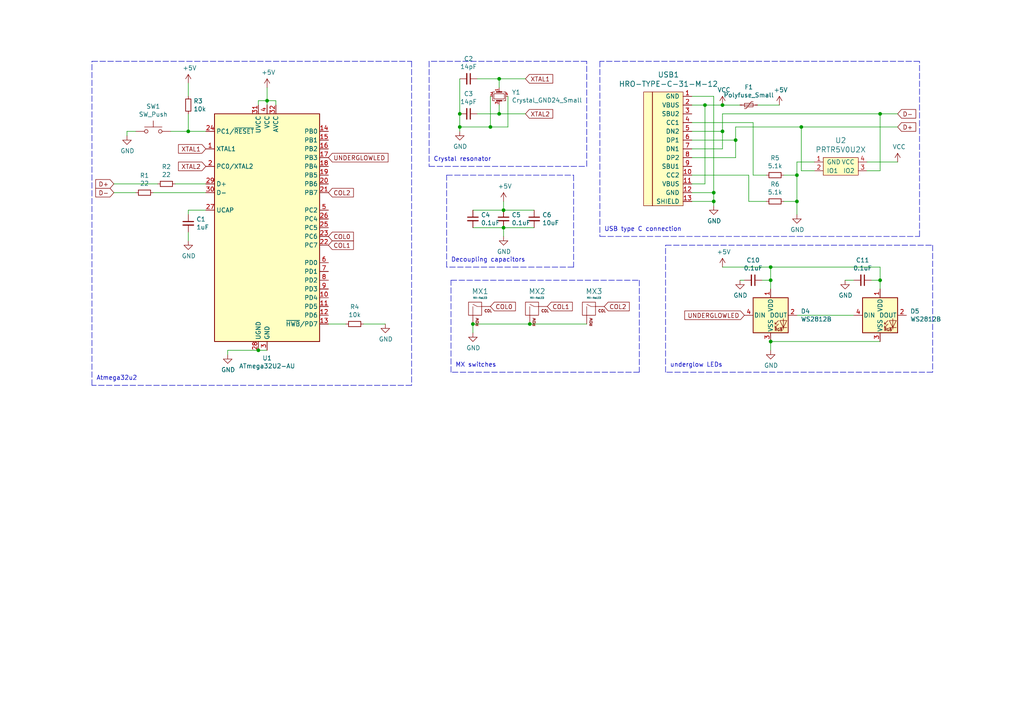
<source format=kicad_sch>
(kicad_sch (version 20211123) (generator eeschema)
  (paper "A4")
  (lib_symbols
    (symbol "Device:C_Small" (pin_numbers hide) (pin_names (offset 0.254) hide)
      (property "Reference" "C" (at 0.254 1.778 0))
      (property "Value" "C_Small" (at 0.254 -2.032 0))
      (symbol "C_Small_0_1"
        (polyline (pts (xy -1.524 -0.508) (xy 1.524 -0.508)) (stroke (width 0.3302)))
        (polyline (pts (xy -1.524 0.508) (xy 1.524 0.508)) (stroke (width 0.3048)))
      )
      (symbol "C_Small_1_1"
        (pin passive line (at 0 2.54 270) (length 2.032) (name "~") (number "1"))
        (pin passive line (at 0 -2.54 90) (length 2.032) (name "~") (number "2"))
      )
    )
    (symbol "Device:Crystal_GND24_Small" (pin_names (offset 1.016) hide)
      (property "Reference" "Y" (at 1.27 4.445 0))
      (property "Value" "Crystal_GND24_Small" (at 1.27 2.54 0))
      (symbol "Crystal_GND24_Small_0_1"
        (rectangle (start -0.762 -1.524) (end 0.762 1.524))
        (polyline (pts (xy -1.27 -0.762) (xy -1.27 0.762)) (stroke (width 0.381)))
        (polyline (pts (xy 1.27 -0.762) (xy 1.27 0.762)) (stroke (width 0.381)))
        (polyline (pts (xy -1.27 -1.27) (xy -1.27 -1.905) (xy 1.27 -1.905) (xy 1.27 -1.27)))
        (polyline (pts (xy -1.27 1.27) (xy -1.27 1.905) (xy 1.27 1.905) (xy 1.27 1.27)))
      )
      (symbol "Crystal_GND24_Small_1_1"
        (pin passive line (at -2.54 0 0) (length 1.27) (name "1") (number "1"))
        (pin passive line (at 0 -2.54 90) (length 0.635) (name "2") (number "2"))
        (pin passive line (at 2.54 0 180) (length 1.27) (name "3") (number "3"))
        (pin passive line (at 0 2.54 270) (length 0.635) (name "4") (number "4"))
      )
    )
    (symbol "Device:Polyfuse_Small" (pin_numbers hide) (pin_names (offset 0))
      (property "Reference" "F" (at -1.905 0 90))
      (property "Value" "Polyfuse_Small" (at 1.905 0 90))
      (symbol "Polyfuse_Small_0_1"
        (rectangle (start -0.508 1.27) (end 0.508 -1.27))
        (polyline (pts (xy 0 2.54) (xy 0 -2.54)))
        (polyline (pts (xy -1.016 1.27) (xy -1.016 0.762) (xy 1.016 -0.762) (xy 1.016 -1.27)))
      )
      (symbol "Polyfuse_Small_1_1"
        (pin passive line (at 0 2.54 270) (length 0.635) (name "~") (number "1"))
        (pin passive line (at 0 -2.54 90) (length 0.635) (name "~") (number "2"))
      )
    )
    (symbol "Device:R_Small" (pin_numbers hide) (pin_names (offset 0.254) hide)
      (property "Reference" "R" (at 0.762 0.508 0))
      (property "Value" "R_Small" (at 0.762 -1.016 0))
      (symbol "R_Small_0_1"
        (rectangle (start -0.762 1.778) (end 0.762 -1.778) (stroke (width 0.2032)))
      )
      (symbol "R_Small_1_1"
        (pin passive line (at 0 2.54 270) (length 0.762) (name "~") (number "1"))
        (pin passive line (at 0 -2.54 90) (length 0.762) (name "~") (number "2"))
      )
    )
    (symbol "LED:WS2812B" (pin_names (offset 0.254))
      (property "Reference" "D" (at 5.08 5.715 0))
      (property "Value" "WS2812B" (at 1.27 -5.715 0))
      (symbol "WS2812B_0_0"
        (text "RGB" (at 2.286 -4.191 0) (effects (font (size 0.762 0.762))))
      )
      (symbol "WS2812B_0_1"
        (polyline (pts (xy 1.27 -3.556) (xy 1.778 -3.556)))
        (polyline (pts (xy 1.27 -2.54) (xy 1.778 -2.54)))
        (polyline (pts (xy 4.699 -3.556) (xy 2.667 -3.556)))
        (polyline (pts (xy 2.286 -2.54) (xy 1.27 -3.556) (xy 1.27 -3.048)))
        (polyline (pts (xy 2.286 -1.524) (xy 1.27 -2.54) (xy 1.27 -2.032)))
        (polyline (pts (xy 3.683 -1.016) (xy 3.683 -3.556) (xy 3.683 -4.064)))
        (polyline (pts (xy 4.699 -1.524) (xy 2.667 -1.524) (xy 3.683 -3.556) (xy 4.699 -1.524)))
        (rectangle (start 5.08 5.08) (end -5.08 -5.08) (stroke (width 0.254)) (fill (type background)))
      )
      (symbol "WS2812B_1_1"
        (pin power_in line (at 0 7.62 270) (length 2.54) (name "VDD") (number "1"))
        (pin output line (at 7.62 0 180) (length 2.54) (name "DOUT") (number "2"))
        (pin power_in line (at 0 -7.62 90) (length 2.54) (name "VSS") (number "3"))
        (pin input line (at -7.62 0 0) (length 2.54) (name "DIN") (number "4"))
      )
    )
    (symbol "MX_Alps_Hybrid:MX-NoLED" (pin_names (offset 1.016))
      (property "Reference" "MX" (at -0.635 3.81 0))
      (property "Value" "MX-NoLED" (at -0.635 1.27 0))
      (symbol "MX-NoLED_0_0"
        (rectangle (start -2.54 2.54) (end 1.27 -1.27))
        (polyline (pts (xy -1.27 -1.27) (xy -1.27 1.27)) (stroke (width 0.127)))
        (polyline (pts (xy 1.27 1.27) (xy 0 1.27) (xy -1.27 1.905)) (stroke (width 0.127)))
        (text "COL" (at 3.175 0 0) (effects (font (size 0.762 0.762))))
        (text "ROW" (at 0 -1.905 900) (effects (font (size 0.762 0.762)) (justify right)))
      )
      (symbol "MX-NoLED_1_1"
        (pin passive line (at 3.81 1.27 180) (length 2.54) (name "COL") (number "1"))
        (pin passive line (at -1.27 -3.81 90) (length 2.54) (name "ROW") (number "2"))
      )
    )
    (symbol "Switch:SW_Push" (pin_numbers hide) (pin_names (offset 1.016) hide)
      (property "Reference" "SW" (at 1.27 2.54 0))
      (property "Value" "SW_Push" (at 0 -1.524 0))
      (symbol "SW_Push_0_1"
        (circle (center -2.032 0) (radius 0.508))
        (polyline (pts (xy 0 1.27) (xy 0 3.048)))
        (polyline (pts (xy 2.54 1.27) (xy -2.54 1.27)))
        (circle (center 2.032 0) (radius 0.508))
        (pin passive line (at -5.08 0 0) (length 2.54) (name "1") (number "1"))
        (pin passive line (at 5.08 0 180) (length 2.54) (name "2") (number "2"))
      )
    )
    (symbol "Type-C:HRO-TYPE-C-31-M-12" (pin_names (offset 1.016))
      (property "Reference" "USB" (at -5.08 16.51 0))
      (property "Value" "HRO-TYPE-C-31-M-12" (at -10.16 -1.27 90))
      (symbol "HRO-TYPE-C-31-M-12_0_1"
        (rectangle (start -11.43 15.24) (end -8.89 -17.78) (fill (type background)))
        (rectangle (start 0 -17.78) (end -8.89 15.24) (fill (type background)))
      )
      (symbol "HRO-TYPE-C-31-M-12_1_1"
        (pin input line (at 2.54 13.97 180) (length 2.54) (name "GND") (number "1"))
        (pin input line (at 2.54 -8.89 180) (length 2.54) (name "CC2") (number "10"))
        (pin input line (at 2.54 -11.43 180) (length 2.54) (name "VBUS") (number "11"))
        (pin input line (at 2.54 -13.97 180) (length 2.54) (name "GND") (number "12"))
        (pin input line (at 2.54 -16.51 180) (length 2.54) (name "SHIELD") (number "13"))
        (pin input line (at 2.54 11.43 180) (length 2.54) (name "VBUS") (number "2"))
        (pin input line (at 2.54 8.89 180) (length 2.54) (name "SBU2") (number "3"))
        (pin input line (at 2.54 6.35 180) (length 2.54) (name "CC1") (number "4"))
        (pin input line (at 2.54 3.81 180) (length 2.54) (name "DN2") (number "5"))
        (pin input line (at 2.54 1.27 180) (length 2.54) (name "DP1") (number "6"))
        (pin input line (at 2.54 -1.27 180) (length 2.54) (name "DN1") (number "7"))
        (pin input line (at 2.54 -3.81 180) (length 2.54) (name "DP2") (number "8"))
        (pin input line (at 2.54 -6.35 180) (length 2.54) (name "SBU1") (number "9"))
      )
    )
    (symbol "power:+5V" (power) (pin_names (offset 0))
      (property "Value" "+5V" (at 0 3.556 0))
      (symbol "+5V_0_1"
        (polyline (pts (xy -0.762 1.27) (xy 0 2.54)))
        (polyline (pts (xy 0 0) (xy 0 2.54)))
        (polyline (pts (xy 0 2.54) (xy 0.762 1.27)))
      )
      (symbol "+5V_1_1"
        (pin power_in line (at 0 0 90) (length 0) hide (name "+5V") (number "1"))
      )
    )
    (symbol "power:GND" (power) (pin_names (offset 0))
      (property "Value" "GND" (at 0 -3.81 0))
      (symbol "GND_0_1"
        (polyline (pts (xy 0 0) (xy 0 -1.27) (xy 1.27 -1.27) (xy 0 -2.54) (xy -1.27 -1.27) (xy 0 -1.27)))
      )
      (symbol "GND_1_1"
        (pin power_in line (at 0 0 270) (length 0) hide (name "GND") (number "1"))
      )
    )
    (symbol "power:VCC" (power) (pin_names (offset 0))
      (property "Value" "VCC" (at 0 3.81 0))
      (symbol "VCC_0_1"
        (polyline (pts (xy -0.762 1.27) (xy 0 2.54)))
        (polyline (pts (xy 0 0) (xy 0 2.54)))
        (polyline (pts (xy 0 2.54) (xy 0.762 1.27)))
      )
      (symbol "VCC_1_1"
        (pin power_in line (at 0 0 90) (length 0) hide (name "VCC") (number "1"))
      )
    )
    (symbol "random-keyboard-parts:PRTR5V0U2X" (pin_names (offset 1.016))
      (property "Reference" "U" (at 0 3.81 0))
      (property "Value" "PRTR5V0U2X" (at 0 -3.81 0))
      (symbol "PRTR5V0U2X_0_1"
        (rectangle (start -5.08 2.54) (end 5.08 -2.54) (fill (type background)))
      )
      (symbol "PRTR5V0U2X_1_1"
        (pin input line (at -7.62 1.27 0) (length 2.54) (name "GND") (number "1"))
        (pin input line (at -7.62 -1.27 0) (length 2.54) (name "IO1") (number "2"))
        (pin input line (at 7.62 -1.27 180) (length 2.54) (name "IO2") (number "3"))
        (pin input line (at 7.62 1.27 180) (length 2.54) (name "VCC") (number "4"))
      )
    )
    (symbol "unnamed-3k-v2-rescue:ATmega32U2-AU-MCU_Microchip_ATmega"
      (property "Reference" "U" (at -15.24 34.29 0))
      (property "Value" "ATmega32U2-AU-MCU_Microchip_ATmega" (at 2.54 -34.29 0))
      (symbol "ATmega32U2-AU-MCU_Microchip_ATmega_0_1"
        (rectangle (start -15.24 -33.02) (end 15.24 33.02) (stroke (width 0.254)) (fill (type background)))
      )
      (symbol "ATmega32U2-AU-MCU_Microchip_ATmega_1_1"
        (pin input line (at -17.78 22.86 0) (length 2.54) (name "XTAL1") (number "1"))
        (pin tri_state line (at 17.78 -20.32 180) (length 2.54) (name "PD4") (number "10"))
        (pin tri_state line (at 17.78 -22.86 180) (length 2.54) (name "PD5") (number "11"))
        (pin tri_state line (at 17.78 -25.4 180) (length 2.54) (name "PD6") (number "12"))
        (pin tri_state line (at 17.78 -27.94 180) (length 2.54) (name "~{HWB}/PD7") (number "13"))
        (pin tri_state line (at 17.78 27.94 180) (length 2.54) (name "PB0") (number "14"))
        (pin tri_state line (at 17.78 25.4 180) (length 2.54) (name "PB1") (number "15"))
        (pin tri_state line (at 17.78 22.86 180) (length 2.54) (name "PB2") (number "16"))
        (pin tri_state line (at 17.78 20.32 180) (length 2.54) (name "PB3") (number "17"))
        (pin tri_state line (at 17.78 17.78 180) (length 2.54) (name "PB4") (number "18"))
        (pin tri_state line (at 17.78 15.24 180) (length 2.54) (name "PB5") (number "19"))
        (pin tri_state line (at -17.78 17.78 0) (length 2.54) (name "PC0/XTAL2") (number "2"))
        (pin tri_state line (at 17.78 12.7 180) (length 2.54) (name "PB6") (number "20"))
        (pin tri_state line (at 17.78 10.16 180) (length 2.54) (name "PB7") (number "21"))
        (pin tri_state line (at 17.78 -5.08 180) (length 2.54) (name "PC7") (number "22"))
        (pin tri_state line (at 17.78 -2.54 180) (length 2.54) (name "PC6") (number "23"))
        (pin tri_state line (at -17.78 27.94 0) (length 2.54) (name "PC1/~{RESET}") (number "24"))
        (pin tri_state line (at 17.78 0 180) (length 2.54) (name "PC5") (number "25"))
        (pin tri_state line (at 17.78 2.54 180) (length 2.54) (name "PC4") (number "26"))
        (pin passive line (at -17.78 5.08 0) (length 2.54) (name "UCAP") (number "27"))
        (pin power_in line (at -2.54 -35.56 90) (length 2.54) (name "UGND") (number "28"))
        (pin bidirectional line (at -17.78 12.7 0) (length 2.54) (name "D+") (number "29"))
        (pin power_in line (at 0 -35.56 90) (length 2.54) (name "GND") (number "3"))
        (pin bidirectional line (at -17.78 10.16 0) (length 2.54) (name "D-") (number "30"))
        (pin power_in line (at -2.54 35.56 270) (length 2.54) (name "UVCC") (number "31"))
        (pin power_in line (at 2.54 35.56 270) (length 2.54) (name "AVCC") (number "32"))
        (pin power_in line (at 0 35.56 270) (length 2.54) (name "VCC") (number "4"))
        (pin tri_state line (at 17.78 5.08 180) (length 2.54) (name "PC2") (number "5"))
        (pin tri_state line (at 17.78 -10.16 180) (length 2.54) (name "PD0") (number "6"))
        (pin tri_state line (at 17.78 -12.7 180) (length 2.54) (name "PD1") (number "7"))
        (pin tri_state line (at 17.78 -15.24 180) (length 2.54) (name "PD2") (number "8"))
        (pin tri_state line (at 17.78 -17.78 180) (length 2.54) (name "PD3") (number "9"))
      )
    )
  )
  (junction (at 74.93 101.6))
  (junction (at 137.16 93.98))
  (junction (at 223.52 77.47))
  (junction (at 255.27 33.02))
  (junction (at 213.36 40.64))
  (junction (at 133.35 36.83))
  (junction (at 77.47 29.21))
  (junction (at 133.35 33.02))
  (junction (at 144.78 22.86))
  (junction (at 146.05 60.96))
  (junction (at 232.41 36.83))
  (junction (at 142.24 36.83))
  (junction (at 204.47 30.48))
  (junction (at 207.01 55.88))
  (junction (at 207.01 58.42))
  (junction (at 223.52 99.06))
  (junction (at 153.67 93.98))
  (junction (at 54.61 38.1))
  (junction (at 231.14 50.8))
  (junction (at 209.55 38.1))
  (junction (at 144.78 33.02))
  (junction (at 255.27 81.28))
  (junction (at 223.52 81.28))
  (junction (at 209.55 30.48))
  (junction (at 231.14 58.42))
  (junction (at 146.05 66.04))
  (wire (pts (xy 200.66 45.72) (xy 213.36 45.72)))
  (wire (pts (xy 54.61 38.1) (xy 49.53 38.1)))
  (wire (pts (xy 95.25 93.98) (xy 100.33 93.98)))
  (wire (pts (xy 146.05 66.04) (xy 146.05 68.58)))
  (polyline (pts (xy 129.54 77.47) (xy 129.54 50.8)))
  (wire (pts (xy 66.04 101.6) (xy 66.04 102.87)))
  (wire (pts (xy 231.14 58.42) (xy 231.14 62.23)))
  (wire (pts (xy 232.41 36.83) (xy 213.36 36.83)))
  (wire (pts (xy 217.17 58.42) (xy 222.25 58.42)))
  (wire (pts (xy 77.47 29.21) (xy 74.93 29.21)))
  (wire (pts (xy 209.55 33.02) (xy 209.55 38.1)))
  (polyline (pts (xy 119.38 17.78) (xy 119.38 111.76)))
  (wire (pts (xy 217.17 50.8) (xy 217.17 58.42)))
  (wire (pts (xy 59.69 38.1) (xy 54.61 38.1)))
  (wire (pts (xy 137.16 66.04) (xy 146.05 66.04)))
  (wire (pts (xy 133.35 22.86) (xy 133.35 33.02)))
  (wire (pts (xy 74.93 29.21) (xy 74.93 30.48)))
  (wire (pts (xy 147.32 36.83) (xy 147.32 27.94)))
  (wire (pts (xy 231.14 91.44) (xy 247.65 91.44)))
  (wire (pts (xy 209.55 38.1) (xy 209.55 43.18)))
  (wire (pts (xy 218.44 35.56) (xy 200.66 35.56)))
  (wire (pts (xy 260.35 46.99) (xy 251.46 46.99)))
  (wire (pts (xy 80.01 29.21) (xy 80.01 30.48)))
  (wire (pts (xy 146.05 66.04) (xy 154.94 66.04)))
  (wire (pts (xy 77.47 29.21) (xy 77.47 30.48)))
  (wire (pts (xy 209.55 38.1) (xy 200.66 38.1)))
  (wire (pts (xy 36.83 38.1) (xy 36.83 39.37)))
  (wire (pts (xy 222.25 50.8) (xy 218.44 50.8)))
  (wire (pts (xy 54.61 24.13) (xy 54.61 27.94)))
  (wire (pts (xy 227.33 58.42) (xy 231.14 58.42)))
  (wire (pts (xy 54.61 67.31) (xy 54.61 69.85)))
  (wire (pts (xy 133.35 33.02) (xy 133.35 36.83)))
  (wire (pts (xy 153.67 93.98) (xy 137.16 93.98)))
  (wire (pts (xy 260.35 33.02) (xy 255.27 33.02)))
  (wire (pts (xy 231.14 46.99) (xy 231.14 50.8)))
  (wire (pts (xy 213.36 45.72) (xy 213.36 40.64)))
  (wire (pts (xy 232.41 49.53) (xy 232.41 36.83)))
  (wire (pts (xy 223.52 83.82) (xy 223.52 81.28)))
  (wire (pts (xy 207.01 55.88) (xy 200.66 55.88)))
  (wire (pts (xy 223.52 99.06) (xy 223.52 101.6)))
  (wire (pts (xy 220.98 81.28) (xy 223.52 81.28)))
  (wire (pts (xy 146.05 58.42) (xy 146.05 60.96)))
  (wire (pts (xy 50.8 53.34) (xy 59.69 53.34)))
  (wire (pts (xy 260.35 36.83) (xy 232.41 36.83)))
  (wire (pts (xy 105.41 93.98) (xy 111.76 93.98)))
  (polyline (pts (xy 119.38 111.76) (xy 26.67 111.76)))
  (wire (pts (xy 137.16 60.96) (xy 146.05 60.96)))
  (wire (pts (xy 204.47 30.48) (xy 209.55 30.48)))
  (wire (pts (xy 144.78 22.86) (xy 144.78 25.4)))
  (wire (pts (xy 45.72 53.34) (xy 33.02 53.34)))
  (polyline (pts (xy 173.99 17.78) (xy 173.99 68.58)))
  (wire (pts (xy 142.24 36.83) (xy 147.32 36.83)))
  (wire (pts (xy 218.44 50.8) (xy 218.44 35.56)))
  (wire (pts (xy 138.43 33.02) (xy 144.78 33.02)))
  (wire (pts (xy 255.27 49.53) (xy 251.46 49.53)))
  (wire (pts (xy 223.52 99.06) (xy 255.27 99.06)))
  (wire (pts (xy 207.01 58.42) (xy 207.01 59.69)))
  (polyline (pts (xy 26.67 17.78) (xy 119.38 17.78)))
  (polyline (pts (xy 124.46 17.78) (xy 124.46 48.26)))
  (polyline (pts (xy 185.42 107.95) (xy 130.81 107.95)))
  (polyline (pts (xy 124.46 48.26) (xy 170.18 48.26)))
  (polyline (pts (xy 170.18 48.26) (xy 170.18 17.78)))
  (wire (pts (xy 200.66 50.8) (xy 217.17 50.8)))
  (polyline (pts (xy 166.37 77.47) (xy 129.54 77.47)))
  (wire (pts (xy 247.65 81.28) (xy 245.11 81.28)))
  (wire (pts (xy 44.45 55.88) (xy 59.69 55.88)))
  (wire (pts (xy 231.14 50.8) (xy 231.14 58.42)))
  (wire (pts (xy 252.73 81.28) (xy 255.27 81.28)))
  (polyline (pts (xy 193.04 107.95) (xy 193.04 71.12)))
  (wire (pts (xy 137.16 93.98) (xy 137.16 96.52)))
  (wire (pts (xy 236.22 46.99) (xy 231.14 46.99)))
  (wire (pts (xy 209.55 77.47) (xy 223.52 77.47)))
  (polyline (pts (xy 130.81 81.28) (xy 185.42 81.28)))
  (wire (pts (xy 255.27 33.02) (xy 209.55 33.02)))
  (polyline (pts (xy 129.54 50.8) (xy 166.37 50.8)))
  (wire (pts (xy 77.47 101.6) (xy 74.93 101.6)))
  (wire (pts (xy 227.33 50.8) (xy 231.14 50.8)))
  (polyline (pts (xy 266.7 68.58) (xy 266.7 17.78)))
  (wire (pts (xy 200.66 30.48) (xy 204.47 30.48)))
  (wire (pts (xy 59.69 60.96) (xy 54.61 60.96)))
  (wire (pts (xy 54.61 33.02) (xy 54.61 38.1)))
  (wire (pts (xy 204.47 53.34) (xy 204.47 30.48)))
  (polyline (pts (xy 170.18 17.78) (xy 124.46 17.78)))
  (wire (pts (xy 255.27 81.28) (xy 255.27 83.82)))
  (wire (pts (xy 207.01 27.94) (xy 207.01 55.88)))
  (wire (pts (xy 144.78 22.86) (xy 138.43 22.86)))
  (wire (pts (xy 223.52 77.47) (xy 255.27 77.47)))
  (wire (pts (xy 133.35 36.83) (xy 133.35 38.1)))
  (polyline (pts (xy 266.7 17.78) (xy 173.99 17.78)))
  (wire (pts (xy 209.55 43.18) (xy 200.66 43.18)))
  (wire (pts (xy 54.61 60.96) (xy 54.61 62.23)))
  (wire (pts (xy 219.71 30.48) (xy 226.06 30.48)))
  (wire (pts (xy 200.66 58.42) (xy 207.01 58.42)))
  (polyline (pts (xy 173.99 68.58) (xy 266.7 68.58)))
  (polyline (pts (xy 26.67 111.76) (xy 26.67 17.78)))
  (wire (pts (xy 74.93 101.6) (xy 66.04 101.6)))
  (wire (pts (xy 209.55 30.48) (xy 214.63 30.48)))
  (wire (pts (xy 200.66 27.94) (xy 207.01 27.94)))
  (wire (pts (xy 213.36 40.64) (xy 200.66 40.64)))
  (polyline (pts (xy 193.04 71.12) (xy 270.51 71.12)))
  (wire (pts (xy 77.47 29.21) (xy 80.01 29.21)))
  (wire (pts (xy 39.37 38.1) (xy 36.83 38.1)))
  (wire (pts (xy 223.52 81.28) (xy 223.52 77.47)))
  (wire (pts (xy 133.35 36.83) (xy 142.24 36.83)))
  (polyline (pts (xy 166.37 50.8) (xy 166.37 77.47)))
  (wire (pts (xy 144.78 33.02) (xy 144.78 30.48)))
  (wire (pts (xy 152.4 33.02) (xy 144.78 33.02)))
  (wire (pts (xy 39.37 55.88) (xy 33.02 55.88)))
  (wire (pts (xy 170.18 93.98) (xy 153.67 93.98)))
  (wire (pts (xy 142.24 27.94) (xy 142.24 36.83)))
  (wire (pts (xy 213.36 36.83) (xy 213.36 40.64)))
  (wire (pts (xy 236.22 49.53) (xy 232.41 49.53)))
  (wire (pts (xy 200.66 53.34) (xy 204.47 53.34)))
  (wire (pts (xy 255.27 77.47) (xy 255.27 81.28)))
  (wire (pts (xy 215.9 81.28) (xy 214.63 81.28)))
  (polyline (pts (xy 130.81 107.95) (xy 130.81 81.28)))
  (wire (pts (xy 146.05 60.96) (xy 154.94 60.96)))
  (polyline (pts (xy 185.42 81.28) (xy 185.42 107.95)))
  (wire (pts (xy 255.27 33.02) (xy 255.27 49.53)))
  (polyline (pts (xy 270.51 107.95) (xy 193.04 107.95)))
  (wire (pts (xy 207.01 55.88) (xy 207.01 58.42)))
  (wire (pts (xy 77.47 25.4) (xy 77.47 29.21)))
  (wire (pts (xy 152.4 22.86) (xy 144.78 22.86)))
  (polyline (pts (xy 270.51 71.12) (xy 270.51 107.95)))
  (text "Crystal resonator" (at 125.73 46.99 0) (effects (font (size 1.27 1.27)) (justify left bottom)))
  (text "Atmega32u2" (at 27.94 110.49 0) (effects (font (size 1.27 1.27)) (justify left bottom)))
  (text "USB type C connection" (at 175.26 67.31 0) (effects (font (size 1.27 1.27)) (justify left bottom)))
  (text "Decoupling capacitors" (at 130.81 76.2 0) (effects (font (size 1.27 1.27)) (justify left bottom)))
  (text "underglow LEDs" (at 194.31 106.68 0) (effects (font (size 1.27 1.27)) (justify left bottom)))
  (text "MX switches" (at 132.08 106.68 0) (effects (font (size 1.27 1.27)) (justify left bottom)))
  (global_label "D+" (shape input) (at 33.02 53.34 180) (property "Intersheet References" "${INTERSHEET_REFS}" (effects hide)))
  (global_label "UNDERGLOWLED" (shape input) (at 215.9 91.44 180) (property "Intersheet References" "${INTERSHEET_REFS}" (effects hide)))
  (global_label "COL0" (shape input) (at 95.25 68.58 0) (property "Intersheet References" "${INTERSHEET_REFS}" (effects hide)))
  (global_label "D+" (shape input) (at 260.35 36.83 0) (property "Intersheet References" "${INTERSHEET_REFS}" (effects hide)))
  (global_label "XTAL1" (shape input) (at 59.69 43.18 180) (property "Intersheet References" "${INTERSHEET_REFS}" (effects hide)))
  (global_label "XTAL2" (shape input) (at 59.69 48.26 180) (property "Intersheet References" "${INTERSHEET_REFS}" (effects hide)))
  (global_label "COL2" (shape input) (at 95.25 55.88 0) (property "Intersheet References" "${INTERSHEET_REFS}" (effects hide)))
  (global_label "D-" (shape input) (at 33.02 55.88 180) (property "Intersheet References" "${INTERSHEET_REFS}" (effects hide)))
  (global_label "COL1" (shape input) (at 95.25 71.12 0) (property "Intersheet References" "${INTERSHEET_REFS}" (effects hide)))
  (global_label "COL1" (shape input) (at 158.75 88.9 0) (property "Intersheet References" "${INTERSHEET_REFS}" (effects hide)))
  (global_label "XTAL2" (shape input) (at 152.4 33.02 0) (property "Intersheet References" "${INTERSHEET_REFS}" (effects hide)))
  (global_label "D-" (shape input) (at 260.35 33.02 0) (property "Intersheet References" "${INTERSHEET_REFS}" (effects hide)))
  (global_label "COL0" (shape input) (at 142.24 88.9 0) (property "Intersheet References" "${INTERSHEET_REFS}" (effects hide)))
  (global_label "XTAL1" (shape input) (at 152.4 22.86 0) (property "Intersheet References" "${INTERSHEET_REFS}" (effects hide)))
  (global_label "COL2" (shape input) (at 175.26 88.9 0) (property "Intersheet References" "${INTERSHEET_REFS}" (effects hide)))
  (global_label "UNDERGLOWLED" (shape input) (at 95.25 45.72 0) (property "Intersheet References" "${INTERSHEET_REFS}" (effects hide)))
  (symbol (lib_id "unnamed-3k-v2-rescue:ATmega32U2-AU-MCU_Microchip_ATmega") (at 77.47 66.04 0) (unit 1)
    (property "Reference" "U1" (at 77.47 103.8606 0))
    (property "Value" "ATmega32U2-AU" (at 77.47 106.172 0))
    (property "Footprint" "Package_QFP:TQFP-32_7x7mm_P0.8mm" (effects hide))
    (property "Datasheet" "http://ww1.microchip.com/downloads/en/DeviceDoc/doc7799.pdf" (effects hide))
  )
  (symbol (lib_id "Device:R_Small") (at 102.87 93.98 270) (unit 1)
    (property "Reference" "R4" (at 102.87 89.0016 90))
    (property "Value" "10k" (at 102.87 91.313 90))
    (property "Footprint" "Resistor_SMD:R_0805_2012Metric_Pad1.15x1.40mm_HandSolder" (effects hide))
  )
  (symbol (lib_id "power:GND") (at 111.76 93.98 0) (unit 1)
    (property "Reference" "#PWR0101" (effects hide))
    (property "Value" "GND" (at 111.887 98.3742 0))
  )
  (symbol (lib_id "power:GND") (at 66.04 102.87 0) (unit 1)
    (property "Reference" "#PWR0102" (effects hide))
    (property "Value" "GND" (at 66.167 107.2642 0))
  )
  (symbol (lib_id "power:+5V") (at 77.47 25.4 0) (unit 1)
    (property "Reference" "#PWR0103" (effects hide))
    (property "Value" "+5V" (at 77.851 21.0058 0))
  )
  (symbol (lib_id "Device:R_Small") (at 48.26 53.34 270) (unit 1)
    (property "Reference" "R2" (at 48.26 48.3616 90))
    (property "Value" "22" (at 48.26 50.673 90))
    (property "Footprint" "Resistor_SMD:R_0805_2012Metric_Pad1.15x1.40mm_HandSolder" (effects hide))
  )
  (symbol (lib_id "Device:R_Small") (at 41.91 55.88 270) (unit 1)
    (property "Reference" "R1" (at 41.91 50.9016 90))
    (property "Value" "22" (at 41.91 53.213 90))
    (property "Footprint" "Resistor_SMD:R_0805_2012Metric_Pad1.15x1.40mm_HandSolder" (effects hide))
  )
  (symbol (lib_id "Device:C_Small") (at 54.61 64.77 0) (unit 1)
    (property "Reference" "C1" (at 56.9468 63.6016 0) (effects (justify left)))
    (property "Value" "1uF" (at 56.9468 65.913 0) (effects (justify left)))
    (property "Footprint" "Capacitor_SMD:C_0805_2012Metric_Pad1.15x1.40mm_HandSolder" (effects hide))
  )
  (symbol (lib_id "power:GND") (at 54.61 69.85 0) (unit 1)
    (property "Reference" "#PWR0104" (effects hide))
    (property "Value" "GND" (at 54.737 74.2442 0))
  )
  (symbol (lib_id "Switch:SW_Push") (at 44.45 38.1 0) (unit 1)
    (property "Reference" "SW1" (at 44.45 30.861 0))
    (property "Value" "SW_Push" (at 44.45 33.1724 0))
    (property "Footprint" "random-keyboard-parts:SKQGADE010" (effects hide))
  )
  (symbol (lib_id "power:GND") (at 36.83 39.37 0) (unit 1)
    (property "Reference" "#PWR0105" (effects hide))
    (property "Value" "GND" (at 36.957 43.7642 0))
  )
  (symbol (lib_id "Device:R_Small") (at 54.61 30.48 0) (unit 1)
    (property "Reference" "R3" (at 56.1086 29.3116 0) (effects (justify left)))
    (property "Value" "10k" (at 56.1086 31.623 0) (effects (justify left)))
    (property "Footprint" "Resistor_SMD:R_0805_2012Metric_Pad1.15x1.40mm_HandSolder" (effects hide))
  )
  (symbol (lib_id "power:+5V") (at 54.61 24.13 0) (unit 1)
    (property "Reference" "#PWR0106" (effects hide))
    (property "Value" "+5V" (at 54.991 19.7358 0))
  )
  (symbol (lib_id "Device:Crystal_GND24_Small") (at 144.78 27.94 270) (unit 1)
    (property "Reference" "Y1" (at 148.4376 26.7716 90) (effects (justify left)))
    (property "Value" "Crystal_GND24_Small" (at 148.4376 29.083 90) (effects (justify left)))
    (property "Footprint" "Crystal:Crystal_SMD_3225-4Pin_3.2x2.5mm_HandSoldering" (effects hide))
  )
  (symbol (lib_id "Device:C_Small") (at 135.89 22.86 270) (unit 1)
    (property "Reference" "C2" (at 135.89 17.0434 90))
    (property "Value" "14pF" (at 135.89 19.3548 90))
    (property "Footprint" "Capacitor_SMD:C_0805_2012Metric_Pad1.15x1.40mm_HandSolder" (effects hide))
  )
  (symbol (lib_id "Device:C_Small") (at 135.89 33.02 270) (unit 1)
    (property "Reference" "C3" (at 135.89 27.2034 90))
    (property "Value" "14pF" (at 135.89 29.5148 90))
    (property "Footprint" "Capacitor_SMD:C_0805_2012Metric_Pad1.15x1.40mm_HandSolder" (effects hide))
  )
  (symbol (lib_id "power:GND") (at 133.35 38.1 0) (unit 1)
    (property "Reference" "#PWR0107" (effects hide))
    (property "Value" "GND" (at 133.477 42.4942 0))
  )
  (symbol (lib_id "Device:C_Small") (at 154.94 63.5 0) (unit 1)
    (property "Reference" "C6" (at 157.2768 62.3316 0) (effects (justify left)))
    (property "Value" "10uF" (at 157.2768 64.643 0) (effects (justify left)))
    (property "Footprint" "Capacitor_SMD:C_0805_2012Metric_Pad1.15x1.40mm_HandSolder" (effects hide))
  )
  (symbol (lib_id "Device:C_Small") (at 146.05 63.5 0) (unit 1)
    (property "Reference" "C5" (at 148.3868 62.3316 0) (effects (justify left)))
    (property "Value" "0.1uF" (at 148.3868 64.643 0) (effects (justify left)))
    (property "Footprint" "Capacitor_SMD:C_0805_2012Metric_Pad1.15x1.40mm_HandSolder" (effects hide))
  )
  (symbol (lib_id "Device:C_Small") (at 137.16 63.5 0) (unit 1)
    (property "Reference" "C4" (at 139.4968 62.3316 0) (effects (justify left)))
    (property "Value" "0.1uF" (at 139.4968 64.643 0) (effects (justify left)))
    (property "Footprint" "Capacitor_SMD:C_0805_2012Metric_Pad1.15x1.40mm_HandSolder" (effects hide))
  )
  (symbol (lib_id "power:+5V") (at 146.05 58.42 0) (unit 1)
    (property "Reference" "#PWR0108" (effects hide))
    (property "Value" "+5V" (at 146.431 54.0258 0))
  )
  (symbol (lib_id "power:GND") (at 146.05 68.58 0) (unit 1)
    (property "Reference" "#PWR0109" (effects hide))
    (property "Value" "GND" (at 146.177 72.9742 0))
  )
  (symbol (lib_id "Type-C:HRO-TYPE-C-31-M-12") (at 198.12 41.91 0) (unit 1)
    (property "Reference" "USB1" (at 193.8782 21.6662 0) (effects (font (size 1.524 1.524))))
    (property "Value" "HRO-TYPE-C-31-M-12" (at 193.8782 24.3586 0) (effects (font (size 1.524 1.524))))
    (property "Footprint" "Type-C:HRO-TYPE-C-31-M-12-HandSoldering" (effects hide))
  )
  (symbol (lib_id "Device:Polyfuse_Small") (at 217.17 30.48 270) (unit 1)
    (property "Reference" "F1" (at 217.17 25.273 90))
    (property "Value" "Polyfuse_Small" (at 217.17 27.5844 90))
    (property "Footprint" "Fuse:Fuse_1206_3216Metric_Pad1.42x1.75mm_HandSolder" (effects hide))
  )
  (symbol (lib_id "power:VCC") (at 209.55 30.48 0) (unit 1)
    (property "Reference" "#PWR0110" (effects hide))
    (property "Value" "VCC" (at 209.9818 26.0858 0))
  )
  (symbol (lib_id "power:+5V") (at 226.06 30.48 0) (unit 1)
    (property "Reference" "#PWR0111" (effects hide))
    (property "Value" "+5V" (at 226.441 26.0858 0))
  )
  (symbol (lib_id "random-keyboard-parts:PRTR5V0U2X") (at 243.84 48.26 0) (unit 1)
    (property "Reference" "U2" (at 243.84 40.7162 0) (effects (font (size 1.524 1.524))))
    (property "Value" "PRTR5V0U2X" (at 243.84 43.4086 0) (effects (font (size 1.524 1.524))))
    (property "Footprint" "random-keyboard-parts:SOT143B" (effects hide))
  )
  (symbol (lib_id "power:VCC") (at 260.35 46.99 0) (unit 1)
    (property "Reference" "#PWR0112" (effects hide))
    (property "Value" "VCC" (at 260.7818 42.5958 0))
  )
  (symbol (lib_id "power:GND") (at 231.14 62.23 0) (unit 1)
    (property "Reference" "#PWR0113" (effects hide))
    (property "Value" "GND" (at 231.267 66.6242 0))
  )
  (symbol (lib_id "Device:R_Small") (at 224.79 50.8 270) (unit 1)
    (property "Reference" "R5" (at 224.79 45.8216 90))
    (property "Value" "5.1k" (at 224.79 48.133 90))
    (property "Footprint" "Resistor_SMD:R_0805_2012Metric_Pad1.15x1.40mm_HandSolder" (effects hide))
  )
  (symbol (lib_id "Device:R_Small") (at 224.79 58.42 270) (unit 1)
    (property "Reference" "R6" (at 224.79 53.4416 90))
    (property "Value" "5.1k" (at 224.79 55.753 90))
    (property "Footprint" "Resistor_SMD:R_0805_2012Metric_Pad1.15x1.40mm_HandSolder" (effects hide))
  )
  (symbol (lib_id "power:GND") (at 207.01 59.69 0) (unit 1)
    (property "Reference" "#PWR0114" (effects hide))
    (property "Value" "GND" (at 207.137 64.0842 0))
  )
  (symbol (lib_id "MX_Alps_Hybrid:MX-NoLED") (at 138.43 90.17 0) (unit 1)
    (property "Reference" "MX1" (at 139.2682 84.5058 0) (effects (font (size 1.524 1.524))))
    (property "Value" "MX-NoLED" (at 139.2682 86.3854 0) (effects (font (size 0.508 0.508))))
    (property "Footprint" "MX_Only:MXOnly-1U-Hotswap" (effects hide))
  )
  (symbol (lib_id "MX_Alps_Hybrid:MX-NoLED") (at 154.94 90.17 0) (unit 1)
    (property "Reference" "MX2" (at 155.7782 84.5058 0) (effects (font (size 1.524 1.524))))
    (property "Value" "MX-NoLED" (at 155.7782 86.3854 0) (effects (font (size 0.508 0.508))))
    (property "Footprint" "MX_Only:MXOnly-1U-Hotswap" (effects hide))
  )
  (symbol (lib_id "MX_Alps_Hybrid:MX-NoLED") (at 171.45 90.17 0) (unit 1)
    (property "Reference" "MX3" (at 172.2882 84.5058 0) (effects (font (size 1.524 1.524))))
    (property "Value" "MX-NoLED" (at 172.2882 86.3854 0) (effects (font (size 0.508 0.508))))
    (property "Footprint" "MX_Only:MXOnly-1U-Hotswap" (effects hide))
  )
  (symbol (lib_id "power:GND") (at 137.16 96.52 0) (unit 1)
    (property "Reference" "#PWR0115" (effects hide))
    (property "Value" "GND" (at 137.287 100.9142 0))
  )
  (symbol (lib_id "LED:WS2812B") (at 223.52 91.44 0) (unit 1)
    (property "Reference" "D4" (at 232.2576 90.2716 0) (effects (justify left)))
    (property "Value" "WS2812B" (at 232.2576 92.583 0) (effects (justify left)))
    (property "Footprint" "LED_SMD:LED_WS2812B_PLCC4_5.0x5.0mm_P3.2mm" (effects hide))
    (property "Datasheet" "https://cdn-shop.adafruit.com/datasheets/WS2812B.pdf" (effects hide))
  )
  (symbol (lib_id "LED:WS2812B") (at 255.27 91.44 0) (unit 1)
    (property "Reference" "D5" (at 264.0076 90.2716 0) (effects (justify left)))
    (property "Value" "WS2812B" (at 264.0076 92.583 0) (effects (justify left)))
    (property "Footprint" "LED_SMD:LED_WS2812B_PLCC4_5.0x5.0mm_P3.2mm" (effects hide))
    (property "Datasheet" "https://cdn-shop.adafruit.com/datasheets/WS2812B.pdf" (effects hide))
  )
  (symbol (lib_id "Device:C_Small") (at 218.44 81.28 270) (unit 1)
    (property "Reference" "C10" (at 218.44 75.4634 90))
    (property "Value" "0.1uF" (at 218.44 77.7748 90))
    (property "Footprint" "Capacitor_SMD:C_0805_2012Metric_Pad1.15x1.40mm_HandSolder" (effects hide))
  )
  (symbol (lib_id "Device:C_Small") (at 250.19 81.28 270) (unit 1)
    (property "Reference" "C11" (at 250.19 75.4634 90))
    (property "Value" "0.1uF" (at 250.19 77.7748 90))
    (property "Footprint" "Capacitor_SMD:C_0805_2012Metric_Pad1.15x1.40mm_HandSolder" (effects hide))
  )
  (symbol (lib_id "power:+5V") (at 209.55 77.47 0) (unit 1)
    (property "Reference" "#PWR0121" (effects hide))
    (property "Value" "+5V" (at 209.931 73.0758 0))
  )
  (symbol (lib_id "power:GND") (at 245.11 81.28 0) (unit 1)
    (property "Reference" "#PWR0122" (effects hide))
    (property "Value" "GND" (at 245.237 85.6742 0))
  )
  (symbol (lib_id "power:GND") (at 214.63 81.28 0) (unit 1)
    (property "Reference" "#PWR0123" (effects hide))
    (property "Value" "GND" (at 214.757 85.6742 0))
  )
  (symbol (lib_id "power:GND") (at 223.52 101.6 0) (unit 1)
    (property "Reference" "#PWR0124" (effects hide))
    (property "Value" "GND" (at 223.647 105.9942 0))
  )
)
</source>
